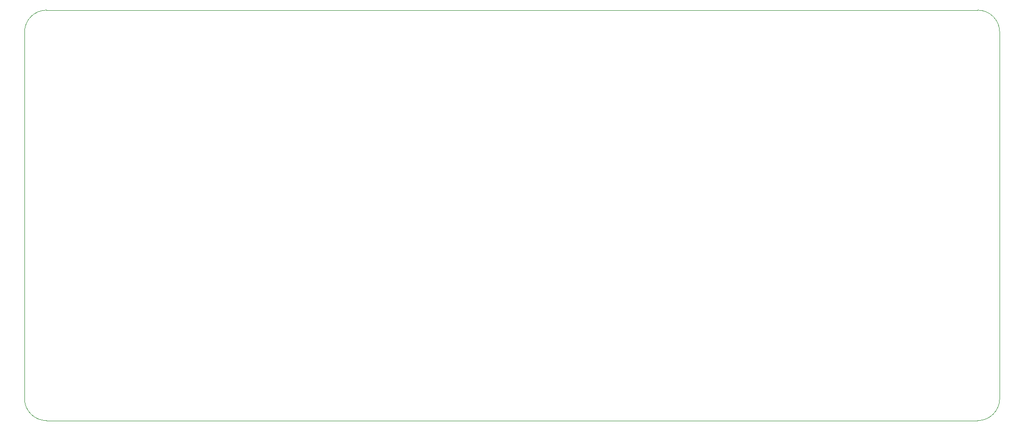
<source format=gbr>
G04 #@! TF.GenerationSoftware,KiCad,Pcbnew,(5.1.4-0-10_14)*
G04 #@! TF.CreationDate,2019-09-24T11:42:35-07:00*
G04 #@! TF.ProjectId,STPre6080PCB,53545072-6536-4303-9830-5043422e6b69,1.0*
G04 #@! TF.SameCoordinates,Original*
G04 #@! TF.FileFunction,Profile,NP*
%FSLAX46Y46*%
G04 Gerber Fmt 4.6, Leading zero omitted, Abs format (unit mm)*
G04 Created by KiCad (PCBNEW (5.1.4-0-10_14)) date 2019-09-24 11:42:35*
%MOMM*%
%LPD*%
G04 APERTURE LIST*
%ADD10C,0.050000*%
G04 APERTURE END LIST*
D10*
X199390000Y-151130000D02*
X205740000Y-151130000D01*
X199390000Y-80010000D02*
X205740000Y-80010000D01*
X40640000Y-147320000D02*
X40640000Y-83820000D01*
X199390000Y-151130000D02*
X44450000Y-151130000D01*
X209550000Y-83820000D02*
X209550000Y-147320000D01*
X44450000Y-80010000D02*
X199390000Y-80010000D01*
X205740000Y-80010000D02*
G75*
G02X209550000Y-83820000I0J-3810000D01*
G01*
X209550000Y-147320000D02*
G75*
G02X205740000Y-151130000I-3810000J0D01*
G01*
X44450000Y-151130000D02*
G75*
G02X40640000Y-147320000I0J3810000D01*
G01*
X40640000Y-83820000D02*
G75*
G02X44450000Y-80010000I3810000J0D01*
G01*
M02*

</source>
